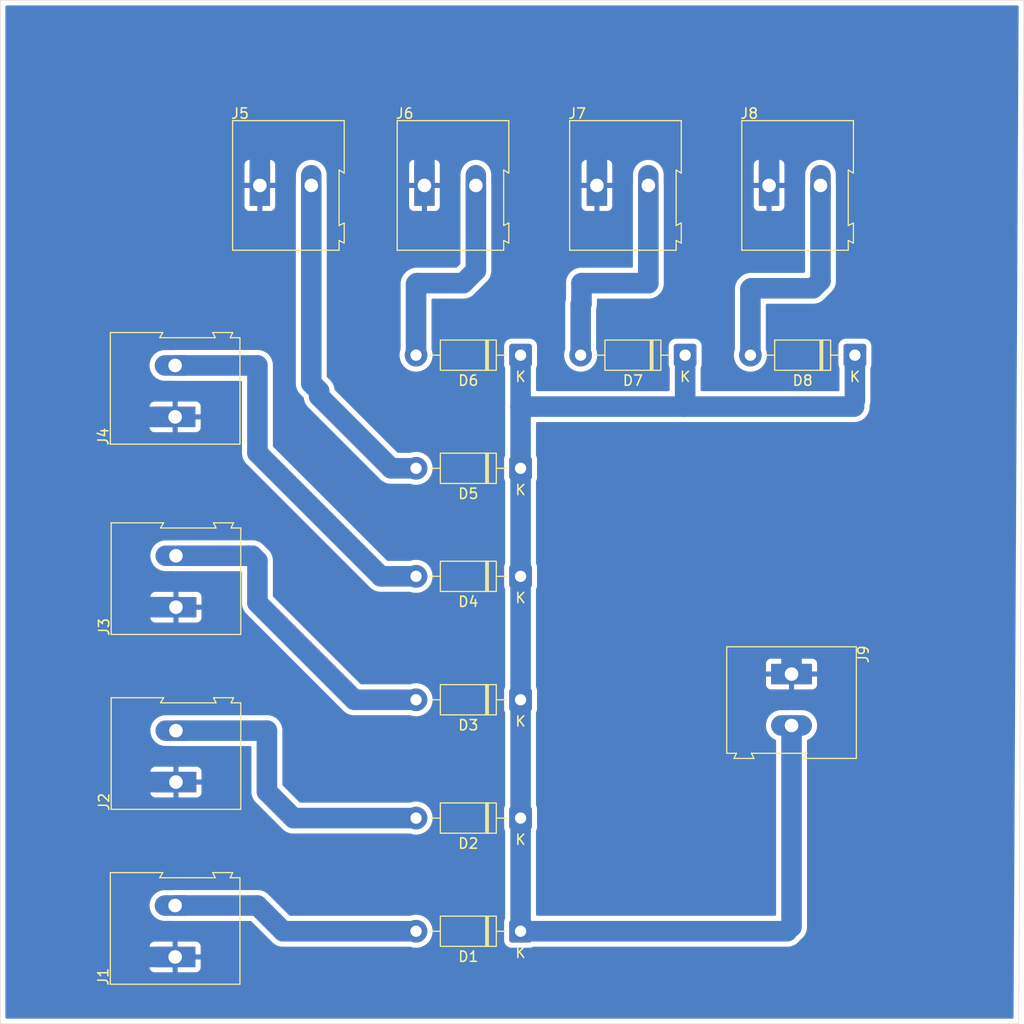
<source format=kicad_pcb>
(kicad_pcb (version 20241229) (generator "pcbnew") (generator_version "9.0")
  (layers (0 "F.Cu" signal) (2 "B.Cu" signal) (13 "F.Paste" user) (15 "B.Paste" user) (5 "F.SilkS" user "F.Silkscreen") (7 "B.SilkS" user "B.Silkscreen") (1 "F.Mask" user) (3 "B.Mask" user) (25 "Edge.Cuts" user))
  (net 0 "")
  (net 1 "Net-(D1-K)")
  (net 2 "Net-(D1-A)")
  (net 3 "Net-(D2-A)")
  (net 4 "Net-(D3-A)")
  (net 5 "Net-(D4-A)")
  (net 6 "Net-(D5-A)")
  (net 7 "Net-(D6-A)")
  (net 8 "Net-(D7-A)")
  (net 9 "Net-(D8-A)")
  (net 10 "Earth")
  (footprint "Diode_THT:D_DO-41_SOD81_P10.16mm_Horizontal" (layer "F.Cu") (at 165.08 114.5 180)
    (property "Reference" "D2" (at 5.08 -2.47 0) (layer "F.SilkS"))
    (property "Value" "1N5819WS")
    (fp_line (start 8.82 0) (end 7.8 0) (stroke (width 0.12)) (layer "F.SilkS"))
    (fp_line (start 3.38 -1.47) (end 3.38 1.47) (stroke (width 0.12)) (layer "F.SilkS"))
    (fp_line (start 3.26 -1.47) (end 3.26 1.47) (stroke (width 0.12)) (layer "F.SilkS"))
    (fp_line (start 3.14 -1.47) (end 3.14 1.47) (stroke (width 0.12)) (layer "F.SilkS"))
    (fp_line (start 1.34 0) (end 2.36 0) (stroke (width 0.12)) (layer "F.SilkS"))
    (fp_rect (start 2.36 -1.47) (end 7.8 1.47) (stroke (width 0.12)) (fill no) (layer "F.SilkS"))
    (fp_text user "K" (at 0 -2.1 0) (layer "F.SilkS"))
    (pad "1" thru_hole roundrect (at 0 0 180) (size 2.2 2.2) (drill 1.1) (layers "*.Cu" "*.Mask") (roundrect_rratio 0.113636) (net 1 "Net-(D1-K)"))
    (pad "2" thru_hole circle (at 10.16 0 180) (size 2.2 2.2) (drill 1.1) (layers "*.Cu" "*.Mask") (net 3 "Net-(D2-A)"))
  )
  (footprint "TerminalBlock:TerminalBlock_Altech_AK300-2_P5.00mm" (layer "F.Cu") (at 131.5 128 90)
    (property "Reference" "J1" (at -1.92 -6.99 90) (layer "F.SilkS"))
    (property "Value" "Screw_Terminal_01x02" (hide yes))
    (fp_line (start 8.2 -6.3) (end -2.65 -6.3) (stroke (width 0.12)) (layer "F.SilkS"))
    (fp_line (start -2.65 -6.3) (end -2.65 6.3) (stroke (width 0.12)) (layer "F.SilkS"))
    (fp_line (start 7.7 -1.5) (end 8.2 -1.2) (stroke (width 0.12)) (layer "F.SilkS"))
    (fp_line (start 8.2 -1.2) (end 8.2 -6.3) (stroke (width 0.12)) (layer "F.SilkS"))
    (fp_line (start 8.2 3.65) (end 7.7 3.9) (stroke (width 0.12)) (layer "F.SilkS"))
    (fp_line (start 8.2 3.7) (end 8.2 3.65) (stroke (width 0.12)) (layer "F.SilkS"))
    (fp_line (start 7.7 3.9) (end 7.7 -1.5) (stroke (width 0.12)) (layer "F.SilkS"))
    (fp_line (start 7.7 5.35) (end 8.2 5.6) (stroke (width 0.12)) (layer "F.SilkS"))
    (fp_line (start 8.2 5.6) (end 8.2 3.7) (stroke (width 0.12)) (layer "F.SilkS"))
    (fp_line (start 7.7 6.3) (end 7.7 5.35) (stroke (width 0.12)) (layer "F.SilkS"))
    (fp_line (start -2.65 6.3) (end 7.7 6.3) (stroke (width 0.12)) (layer "F.SilkS"))
    (pad "1" thru_hole rect (at 0 0 90) (size 1.98 3.96) (drill 1.32) (layers "*.Cu" "*.Mask") (net 10 "Earth"))
    (pad "2" thru_hole oval (at 5 0 90) (size 1.98 3.96) (drill 1.32) (layers "*.Cu" "*.Mask") (net 2 "Net-(D1-A)"))
  )
  (footprint "Diode_THT:D_DO-41_SOD81_P10.16mm_Horizontal" (layer "F.Cu") (at 165.08 103 180)
    (property "Reference" "D3" (at 5.08 -2.47 0) (layer "F.SilkS"))
    (property "Value" "1N5819WS")
    (fp_line (start 8.82 0) (end 7.8 0) (stroke (width 0.12)) (layer "F.SilkS"))
    (fp_line (start 3.38 -1.47) (end 3.38 1.47) (stroke (width 0.12)) (layer "F.SilkS"))
    (fp_line (start 3.26 -1.47) (end 3.26 1.47) (stroke (width 0.12)) (layer "F.SilkS"))
    (fp_line (start 3.14 -1.47) (end 3.14 1.47) (stroke (width 0.12)) (layer "F.SilkS"))
    (fp_line (start 1.34 0) (end 2.36 0) (stroke (width 0.12)) (layer "F.SilkS"))
    (fp_rect (start 2.36 -1.47) (end 7.8 1.47) (stroke (width 0.12)) (fill no) (layer "F.SilkS"))
    (fp_text user "K" (at 0 -2.1 0) (layer "F.SilkS"))
    (pad "1" thru_hole roundrect (at 0 0 180) (size 2.2 2.2) (drill 1.1) (layers "*.Cu" "*.Mask") (roundrect_rratio 0.113636) (net 1 "Net-(D1-K)"))
    (pad "2" thru_hole circle (at 10.16 0 180) (size 2.2 2.2) (drill 1.1) (layers "*.Cu" "*.Mask") (net 4 "Net-(D3-A)"))
  )
  (footprint "Diode_THT:D_DO-41_SOD81_P10.16mm_Horizontal" (layer "F.Cu") (at 181.08 69.5 180)
    (property "Reference" "D7" (at 5.08 -2.47 0) (layer "F.SilkS"))
    (property "Value" "1N5819WS")
    (fp_line (start 8.82 0) (end 7.8 0) (stroke (width 0.12)) (layer "F.SilkS"))
    (fp_line (start 3.38 -1.47) (end 3.38 1.47) (stroke (width 0.12)) (layer "F.SilkS"))
    (fp_line (start 3.26 -1.47) (end 3.26 1.47) (stroke (width 0.12)) (layer "F.SilkS"))
    (fp_line (start 3.14 -1.47) (end 3.14 1.47) (stroke (width 0.12)) (layer "F.SilkS"))
    (fp_line (start 1.34 0) (end 2.36 0) (stroke (width 0.12)) (layer "F.SilkS"))
    (fp_rect (start 2.36 -1.47) (end 7.8 1.47) (stroke (width 0.12)) (fill no) (layer "F.SilkS"))
    (fp_text user "K" (at 0 -2.1 0) (layer "F.SilkS"))
    (pad "1" thru_hole roundrect (at 0 0 180) (size 2.2 2.2) (drill 1.1) (layers "*.Cu" "*.Mask") (roundrect_rratio 0.113636) (net 1 "Net-(D1-K)"))
    (pad "2" thru_hole circle (at 10.16 0 180) (size 2.2 2.2) (drill 1.1) (layers "*.Cu" "*.Mask") (net 8 "Net-(D7-A)"))
  )
  (footprint "Diode_THT:D_DO-41_SOD81_P10.16mm_Horizontal" (layer "F.Cu") (at 165.08 91 180)
    (property "Reference" "D4" (at 5.08 -2.47 0) (layer "F.SilkS"))
    (property "Value" "1N5819WS")
    (fp_line (start 8.82 0) (end 7.8 0) (stroke (width 0.12)) (layer "F.SilkS"))
    (fp_line (start 3.38 -1.47) (end 3.38 1.47) (stroke (width 0.12)) (layer "F.SilkS"))
    (fp_line (start 3.26 -1.47) (end 3.26 1.47) (stroke (width 0.12)) (layer "F.SilkS"))
    (fp_line (start 3.14 -1.47) (end 3.14 1.47) (stroke (width 0.12)) (layer "F.SilkS"))
    (fp_line (start 1.34 0) (end 2.36 0) (stroke (width 0.12)) (layer "F.SilkS"))
    (fp_rect (start 2.36 -1.47) (end 7.8 1.47) (stroke (width 0.12)) (fill no) (layer "F.SilkS"))
    (fp_text user "K" (at 0 -2.1 0) (layer "F.SilkS"))
    (pad "1" thru_hole roundrect (at 0 0 180) (size 2.2 2.2) (drill 1.1) (layers "*.Cu" "*.Mask") (roundrect_rratio 0.113636) (net 1 "Net-(D1-K)"))
    (pad "2" thru_hole circle (at 10.16 0 180) (size 2.2 2.2) (drill 1.1) (layers "*.Cu" "*.Mask") (net 5 "Net-(D4-A)"))
  )
  (footprint "TerminalBlock:TerminalBlock_Altech_AK300-2_P5.00mm" (layer "F.Cu") (at 191.42 100.5 -90)
    (property "Reference" "J9" (at -1.92 -6.99 90) (layer "F.SilkS"))
    (property "Value" "Screw_Terminal_01x02")
    (fp_line (start -2.65 6.3) (end 7.7 6.3) (stroke (width 0.12)) (layer "F.SilkS"))
    (fp_line (start 7.7 6.3) (end 7.7 5.35) (stroke (width 0.12)) (layer "F.SilkS"))
    (fp_line (start 8.2 5.6) (end 8.2 3.7) (stroke (width 0.12)) (layer "F.SilkS"))
    (fp_line (start 7.7 5.35) (end 8.2 5.6) (stroke (width 0.12)) (layer "F.SilkS"))
    (fp_line (start 7.7 3.9) (end 7.7 -1.5) (stroke (width 0.12)) (layer "F.SilkS"))
    (fp_line (start 8.2 3.7) (end 8.2 3.65) (stroke (width 0.12)) (layer "F.SilkS"))
    (fp_line (start 8.2 3.65) (end 7.7 3.9) (stroke (width 0.12)) (layer "F.SilkS"))
    (fp_line (start 8.2 -1.2) (end 8.2 -6.3) (stroke (width 0.12)) (layer "F.SilkS"))
    (fp_line (start 7.7 -1.5) (end 8.2 -1.2) (stroke (width 0.12)) (layer "F.SilkS"))
    (fp_line (start -2.65 -6.3) (end -2.65 6.3) (stroke (width 0.12)) (layer "F.SilkS"))
    (fp_line (start 8.2 -6.3) (end -2.65 -6.3) (stroke (width 0.12)) (layer "F.SilkS"))
    (pad "1" thru_hole rect (at 0 0 270) (size 1.98 3.96) (drill 1.32) (layers "*.Cu" "*.Mask") (net 10 "Earth"))
    (pad "2" thru_hole oval (at 5 0 270) (size 1.98 3.96) (drill 1.32) (layers "*.Cu" "*.Mask") (net 1 "Net-(D1-K)"))
  )
  (footprint "TerminalBlock:TerminalBlock_Altech_AK300-2_P5.00mm" (layer "F.Cu") (at 131.58 111 90)
    (property "Reference" "J2" (at -1.92 -6.99 90) (layer "F.SilkS"))
    (property "Value" "Screw_Terminal_01x02" (hide yes))
    (fp_line (start 8.2 -6.3) (end -2.65 -6.3) (stroke (width 0.12)) (layer "F.SilkS"))
    (fp_line (start -2.65 -6.3) (end -2.65 6.3) (stroke (width 0.12)) (layer "F.SilkS"))
    (fp_line (start 7.7 -1.5) (end 8.2 -1.2) (stroke (width 0.12)) (layer "F.SilkS"))
    (fp_line (start 8.2 -1.2) (end 8.2 -6.3) (stroke (width 0.12)) (layer "F.SilkS"))
    (fp_line (start 8.2 3.65) (end 7.7 3.9) (stroke (width 0.12)) (layer "F.SilkS"))
    (fp_line (start 8.2 3.7) (end 8.2 3.65) (stroke (width 0.12)) (layer "F.SilkS"))
    (fp_line (start 7.7 3.9) (end 7.7 -1.5) (stroke (width 0.12)) (layer "F.SilkS"))
    (fp_line (start 7.7 5.35) (end 8.2 5.6) (stroke (width 0.12)) (layer "F.SilkS"))
    (fp_line (start 8.2 5.6) (end 8.2 3.7) (stroke (width 0.12)) (layer "F.SilkS"))
    (fp_line (start 7.7 6.3) (end 7.7 5.35) (stroke (width 0.12)) (layer "F.SilkS"))
    (fp_line (start -2.65 6.3) (end 7.7 6.3) (stroke (width 0.12)) (layer "F.SilkS"))
    (pad "1" thru_hole rect (at 0 0 90) (size 1.98 3.96) (drill 1.32) (layers "*.Cu" "*.Mask") (net 10 "Earth"))
    (pad "2" thru_hole oval (at 5 0 90) (size 1.98 3.96) (drill 1.32) (layers "*.Cu" "*.Mask") (net 3 "Net-(D2-A)"))
  )
  (footprint "TerminalBlock:TerminalBlock_Altech_AK300-2_P5.00mm" (layer "F.Cu") (at 172.5 53)
    (property "Reference" "J7" (at -1.92 -6.99 0) (layer "F.SilkS"))
    (property "Value" "Screw_Terminal_01x02")
    (fp_line (start -2.65 -6.3) (end -2.65 6.3) (stroke (width 0.12)) (layer "F.SilkS"))
    (fp_line (start -2.65 6.3) (end 7.7 6.3) (stroke (width 0.12)) (layer "F.SilkS"))
    (fp_line (start 7.7 -1.5) (end 8.2 -1.2) (stroke (width 0.12)) (layer "F.SilkS"))
    (fp_line (start 7.7 3.9) (end 7.7 -1.5) (stroke (width 0.12)) (layer "F.SilkS"))
    (fp_line (start 7.7 5.35) (end 8.2 5.6) (stroke (width 0.12)) (layer "F.SilkS"))
    (fp_line (start 7.7 6.3) (end 7.7 5.35) (stroke (width 0.12)) (layer "F.SilkS"))
    (fp_line (start 8.2 -6.3) (end -2.65 -6.3) (stroke (width 0.12)) (layer "F.SilkS"))
    (fp_line (start 8.2 -1.2) (end 8.2 -6.3) (stroke (width 0.12)) (layer "F.SilkS"))
    (fp_line (start 8.2 3.65) (end 7.7 3.9) (stroke (width 0.12)) (layer "F.SilkS"))
    (fp_line (start 8.2 3.7) (end 8.2 3.65) (stroke (width 0.12)) (layer "F.SilkS"))
    (fp_line (start 8.2 5.6) (end 8.2 3.7) (stroke (width 0.12)) (layer "F.SilkS"))
    (pad "1" thru_hole rect (at 0 0) (size 1.98 3.96) (drill 1.32) (layers "*.Cu" "*.Mask") (net 10 "Earth"))
    (pad "2" thru_hole oval (at 5 0) (size 1.98 3.96) (drill 1.32) (layers "*.Cu" "*.Mask") (net 8 "Net-(D7-A)"))
  )
  (footprint "TerminalBlock:TerminalBlock_Altech_AK300-2_P5.00mm" (layer "F.Cu") (at 139.735 53)
    (property "Reference" "J5" (at -1.92 -6.99 0) (layer "F.SilkS"))
    (property "Value" "Screw_Terminal_01x02")
    (fp_line (start -2.65 -6.3) (end -2.65 6.3) (stroke (width 0.12)) (layer "F.SilkS"))
    (fp_line (start -2.65 6.3) (end 7.7 6.3) (stroke (width 0.12)) (layer "F.SilkS"))
    (fp_line (start 7.7 -1.5) (end 8.2 -1.2) (stroke (width 0.12)) (layer "F.SilkS"))
    (fp_line (start 7.7 3.9) (end 7.7 -1.5) (stroke (width 0.12)) (layer "F.SilkS"))
    (fp_line (start 7.7 5.35) (end 8.2 5.6) (stroke (width 0.12)) (layer "F.SilkS"))
    (fp_line (start 7.7 6.3) (end 7.7 5.35) (stroke (width 0.12)) (layer "F.SilkS"))
    (fp_line (start 8.2 -6.3) (end -2.65 -6.3) (stroke (width 0.12)) (layer "F.SilkS"))
    (fp_line (start 8.2 -1.2) (end 8.2 -6.3) (stroke (width 0.12)) (layer "F.SilkS"))
    (fp_line (start 8.2 3.65) (end 7.7 3.9) (stroke (width 0.12)) (layer "F.SilkS"))
    (fp_line (start 8.2 3.7) (end 8.2 3.65) (stroke (width 0.12)) (layer "F.SilkS"))
    (fp_line (start 8.2 5.6) (end 8.2 3.7) (stroke (width 0.12)) (layer "F.SilkS"))
    (pad "1" thru_hole rect (at 0 0) (size 1.98 3.96) (drill 1.32) (layers "*.Cu" "*.Mask") (net 10 "Earth"))
    (pad "2" thru_hole oval (at 5 0) (size 1.98 3.96) (drill 1.32) (layers "*.Cu" "*.Mask") (net 6 "Net-(D5-A)"))
  )
  (footprint "TerminalBlock:TerminalBlock_Altech_AK300-2_P5.00mm" (layer "F.Cu") (at 189.235 53)
    (property "Reference" "J8" (at -1.92 -6.99 0) (layer "F.SilkS"))
    (property "Value" "Screw_Terminal_01x02")
    (fp_line (start -2.65 -6.3) (end -2.65 6.3) (stroke (width 0.12)) (layer "F.SilkS"))
    (fp_line (start -2.65 6.3) (end 7.7 6.3) (stroke (width 0.12)) (layer "F.SilkS"))
    (fp_line (start 7.7 -1.5) (end 8.2 -1.2) (stroke (width 0.12)) (layer "F.SilkS"))
    (fp_line (start 7.7 3.9) (end 7.7 -1.5) (stroke (width 0.12)) (layer "F.SilkS"))
    (fp_line (start 7.7 5.35) (end 8.2 5.6) (stroke (width 0.12)) (layer "F.SilkS"))
    (fp_line (start 7.7 6.3) (end 7.7 5.35) (stroke (width 0.12)) (layer "F.SilkS"))
    (fp_line (start 8.2 -6.3) (end -2.65 -6.3) (stroke (width 0.12)) (layer "F.SilkS"))
    (fp_line (start 8.2 -1.2) (end 8.2 -6.3) (stroke (width 0.12)) (layer "F.SilkS"))
    (fp_line (start 8.2 3.65) (end 7.7 3.9) (stroke (width 0.12)) (layer "F.SilkS"))
    (fp_line (start 8.2 3.7) (end 8.2 3.65) (stroke (width 0.12)) (layer "F.SilkS"))
    (fp_line (start 8.2 5.6) (end 8.2 3.7) (stroke (width 0.12)) (layer "F.SilkS"))
    (pad "1" thru_hole rect (at 0 0) (size 1.98 3.96) (drill 1.32) (layers "*.Cu" "*.Mask") (net 10 "Earth"))
    (pad "2" thru_hole oval (at 5 0) (size 1.98 3.96) (drill 1.32) (layers "*.Cu" "*.Mask") (net 9 "Net-(D8-A)"))
  )
  (footprint "TerminalBlock:TerminalBlock_Altech_AK300-2_P5.00mm" (layer "F.Cu") (at 131.58 94 90)
    (property "Reference" "J3" (at -1.92 -6.99 90) (layer "F.SilkS"))
    (property "Value" "Screw_Terminal_01x02")
    (fp_line (start 8.2 -6.3) (end -2.65 -6.3) (stroke (width 0.12)) (layer "F.SilkS"))
    (fp_line (start -2.65 -6.3) (end -2.65 6.3) (stroke (width 0.12)) (layer "F.SilkS"))
    (fp_line (start 7.7 -1.5) (end 8.2 -1.2) (stroke (width 0.12)) (layer "F.SilkS"))
    (fp_line (start 8.2 -1.2) (end 8.2 -6.3) (stroke (width 0.12)) (layer "F.SilkS"))
    (fp_line (start 8.2 3.65) (end 7.7 3.9) (stroke (width 0.12)) (layer "F.SilkS"))
    (fp_line (start 8.2 3.7) (end 8.2 3.65) (stroke (width 0.12)) (layer "F.SilkS"))
    (fp_line (start 7.7 3.9) (end 7.7 -1.5) (stroke (width 0.12)) (layer "F.SilkS"))
    (fp_line (start 7.7 5.35) (end 8.2 5.6) (stroke (width 0.12)) (layer "F.SilkS"))
    (fp_line (start 8.2 5.6) (end 8.2 3.7) (stroke (width 0.12)) (layer "F.SilkS"))
    (fp_line (start 7.7 6.3) (end 7.7 5.35) (stroke (width 0.12)) (layer "F.SilkS"))
    (fp_line (start -2.65 6.3) (end 7.7 6.3) (stroke (width 0.12)) (layer "F.SilkS"))
    (pad "1" thru_hole rect (at 0 0 90) (size 1.98 3.96) (drill 1.32) (layers "*.Cu" "*.Mask") (net 10 "Earth"))
    (pad "2" thru_hole oval (at 5 0 90) (size 1.98 3.96) (drill 1.32) (layers "*.Cu" "*.Mask") (net 4 "Net-(D3-A)"))
  )
  (footprint "Diode_THT:D_DO-41_SOD81_P10.16mm_Horizontal" (layer "F.Cu") (at 165.08 80.5 180)
    (property "Reference" "D5" (at 5.08 -2.47 0) (layer "F.SilkS"))
    (property "Value" "1N5819WS")
    (fp_line (start 8.82 0) (end 7.8 0) (stroke (width 0.12)) (layer "F.SilkS"))
    (fp_line (start 3.38 -1.47) (end 3.38 1.47) (stroke (width 0.12)) (layer "F.SilkS"))
    (fp_line (start 3.26 -1.47) (end 3.26 1.47) (stroke (width 0.12)) (layer "F.SilkS"))
    (fp_line (start 3.14 -1.47) (end 3.14 1.47) (stroke (width 0.12)) (layer "F.SilkS"))
    (fp_line (start 1.34 0) (end 2.36 0) (stroke (width 0.12)) (layer "F.SilkS"))
    (fp_rect (start 2.36 -1.47) (end 7.8 1.47) (stroke (width 0.12)) (fill no) (layer "F.SilkS"))
    (fp_text user "K" (at 0 -2.1 0) (layer "F.SilkS"))
    (pad "1" thru_hole roundrect (at 0 0 180) (size 2.2 2.2) (drill 1.1) (layers "*.Cu" "*.Mask") (roundrect_rratio 0.113636) (net 1 "Net-(D1-K)"))
    (pad "2" thru_hole circle (at 10.16 0 180) (size 2.2 2.2) (drill 1.1) (layers "*.Cu" "*.Mask") (net 6 "Net-(D5-A)"))
  )
  (footprint "Diode_THT:D_DO-41_SOD81_P10.16mm_Horizontal" (layer "F.Cu") (at 165.08 69.5 180)
    (property "Reference" "D6" (at 5.08 -2.47 0) (layer "F.SilkS"))
    (property "Value" "1N5819WS")
    (fp_line (start 8.82 0) (end 7.8 0) (stroke (width 0.12)) (layer "F.SilkS"))
    (fp_line (start 3.38 -1.47) (end 3.38 1.47) (stroke (width 0.12)) (layer "F.SilkS"))
    (fp_line (start 3.26 -1.47) (end 3.26 1.47) (stroke (width 0.12)) (layer "F.SilkS"))
    (fp_line (start 3.14 -1.47) (end 3.14 1.47) (stroke (width 0.12)) (layer "F.SilkS"))
    (fp_line (start 1.34 0) (end 2.36 0) (stroke (width 0.12)) (layer "F.SilkS"))
    (fp_rect (start 2.36 -1.47) (end 7.8 1.47) (stroke (width 0.12)) (fill no) (layer "F.SilkS"))
    (fp_text user "K" (at 0 -2.1 0) (layer "F.SilkS"))
    (pad "1" thru_hole roundrect (at 0 0 180) (size 2.2 2.2) (drill 1.1) (layers "*.Cu" "*.Mask") (roundrect_rratio 0.113636) (net 1 "Net-(D1-K)"))
    (pad "2" thru_hole circle (at 10.16 0 180) (size 2.2 2.2) (drill 1.1) (layers "*.Cu" "*.Mask") (net 7 "Net-(D6-A)"))
  )
  (footprint "Diode_THT:D_DO-41_SOD81_P10.16mm_Horizontal" (layer "F.Cu") (at 165.08 125.5 180)
    (property "Reference" "D1" (at 5.08 -2.47 0) (layer "F.SilkS"))
    (property "Value" "1N5819WS")
    (fp_line (start 8.82 0) (end 7.8 0) (stroke (width 0.12)) (layer "F.SilkS"))
    (fp_line (start 3.38 -1.47) (end 3.38 1.47) (stroke (width 0.12)) (layer "F.SilkS"))
    (fp_line (start 3.26 -1.47) (end 3.26 1.47) (stroke (width 0.12)) (layer "F.SilkS"))
    (fp_line (start 3.14 -1.47) (end 3.14 1.47) (stroke (width 0.12)) (layer "F.SilkS"))
    (fp_line (start 1.34 0) (end 2.36 0) (stroke (width 0.12)) (layer "F.SilkS"))
    (fp_rect (start 2.36 -1.47) (end 7.8 1.47) (stroke (width 0.12)) (fill no) (layer "F.SilkS"))
    (fp_text user "K" (at 0 -2.1 0) (layer "F.SilkS"))
    (pad "1" thru_hole roundrect (at 0 0 180) (size 2.2 2.2) (drill 1.1) (layers "*.Cu" "*.Mask") (roundrect_rratio 0.113636) (net 1 "Net-(D1-K)"))
    (pad "2" thru_hole circle (at 10.16 0 180) (size 2.2 2.2) (drill 1.1) (layers "*.Cu" "*.Mask") (net 2 "Net-(D1-A)"))
  )
  (footprint "Diode_THT:D_DO-41_SOD81_P10.16mm_Horizontal" (layer "F.Cu") (at 197.58 69.5 180)
    (property "Reference" "D8" (at 5.08 -2.47 0) (layer "F.SilkS"))
    (property "Value" "1N5819WS")
    (fp_line (start 8.82 0) (end 7.8 0) (stroke (width 0.12)) (layer "F.SilkS"))
    (fp_line (start 3.38 -1.47) (end 3.38 1.47) (stroke (width 0.12)) (layer "F.SilkS"))
    (fp_line (start 3.26 -1.47) (end 3.26 1.47) (stroke (width 0.12)) (layer "F.SilkS"))
    (fp_line (start 3.14 -1.47) (end 3.14 1.47) (stroke (width 0.12)) (layer "F.SilkS"))
    (fp_line (start 1.34 0) (end 2.36 0) (stroke (width 0.12)) (layer "F.SilkS"))
    (fp_rect (start 2.36 -1.47) (end 7.8 1.47) (stroke (width 0.12)) (fill no) (layer "F.SilkS"))
    (fp_text user "K" (at 0 -2.1 0) (layer "F.SilkS"))
    (pad "1" thru_hole roundrect (at 0 0 180) (size 2.2 2.2) (drill 1.1) (layers "*.Cu" "*.Mask") (roundrect_rratio 0.113636) (net 1 "Net-(D1-K)"))
    (pad "2" thru_hole circle (at 10.16 0 180) (size 2.2 2.2) (drill 1.1) (layers "*.Cu" "*.Mask") (net 9 "Net-(D8-A)"))
  )
  (footprint "TerminalBlock:TerminalBlock_Altech_AK300-2_P5.00mm" (layer "F.Cu") (at 155.735 53)
    (property "Reference" "J6" (at -1.92 -6.99 0) (layer "F.SilkS"))
    (property "Value" "Screw_Terminal_01x02")
    (fp_line (start -2.65 -6.3) (end -2.65 6.3) (stroke (width 0.12)) (layer "F.SilkS"))
    (fp_line (start -2.65 6.3) (end 7.7 6.3) (stroke (width 0.12)) (layer "F.SilkS"))
    (fp_line (start 7.7 -1.5) (end 8.2 -1.2) (stroke (width 0.12)) (layer "F.SilkS"))
    (fp_line (start 7.7 3.9) (end 7.7 -1.5) (stroke (width 0.12)) (layer "F.SilkS"))
    (fp_line (start 7.7 5.35) (end 8.2 5.6) (stroke (width 0.12)) (layer "F.SilkS"))
    (fp_line (start 7.7 6.3) (end 7.7 5.35) (stroke (width 0.12)) (layer "F.SilkS"))
    (fp_line (start 8.2 -6.3) (end -2.65 -6.3) (stroke (width 0.12)) (layer "F.SilkS"))
    (fp_line (start 8.2 -1.2) (end 8.2 -6.3) (stroke (width 0.12)) (layer "F.SilkS"))
    (fp_line (start 8.2 3.65) (end 7.7 3.9) (stroke (width 0.12)) (layer "F.SilkS"))
    (fp_line (start 8.2 3.7) (end 8.2 3.65) (stroke (width 0.12)) (layer "F.SilkS"))
    (fp_line (start 8.2 5.6) (end 8.2 3.7) (stroke (width 0.12)) (layer "F.SilkS"))
    (pad "1" thru_hole rect (at 0 0) (size 1.98 3.96) (drill 1.32) (layers "*.Cu" "*.Mask") (net 10 "Earth"))
    (pad "2" thru_hole oval (at 5 0) (size 1.98 3.96) (drill 1.32) (layers "*.Cu" "*.Mask") (net 7 "Net-(D6-A)"))
  )
  (footprint "TerminalBlock:TerminalBlock_Altech_AK300-2_P5.00mm" (layer "F.Cu") (at 131.5 75.5 90)
    (property "Reference" "J4" (at -1.92 -6.99 90) (layer "F.SilkS"))
    (property "Value" "Screw_Terminal_01x02" (hide yes))
    (fp_line (start 8.2 -6.3) (end -2.65 -6.3) (stroke (width 0.12)) (layer "F.SilkS"))
    (fp_line (start -2.65 -6.3) (end -2.65 6.3) (stroke (width 0.12)) (layer "F.SilkS"))
    (fp_line (start 7.7 -1.5) (end 8.2 -1.2) (stroke (width 0.12)) (layer "F.SilkS"))
    (fp_line (start 8.2 -1.2) (end 8.2 -6.3) (stroke (width 0.12)) (layer "F.SilkS"))
    (fp_line (start 8.2 3.65) (end 7.7 3.9) (stroke (width 0.12)) (layer "F.SilkS"))
    (fp_line (start 8.2 3.7) (end 8.2 3.65) (stroke (width 0.12)) (layer "F.SilkS"))
    (fp_line (start 7.7 3.9) (end 7.7 -1.5) (stroke (width 0.12)) (layer "F.SilkS"))
    (fp_line (start 7.7 5.35) (end 8.2 5.6) (stroke (width 0.12)) (layer "F.SilkS"))
    (fp_line (start 8.2 5.6) (end 8.2 3.7) (stroke (width 0.12)) (layer "F.SilkS"))
    (fp_line (start 7.7 6.3) (end 7.7 5.35) (stroke (width 0.12)) (layer "F.SilkS"))
    (fp_line (start -2.65 6.3) (end 7.7 6.3) (stroke (width 0.12)) (layer "F.SilkS"))
    (pad "1" thru_hole rect (at 0 0 90) (size 1.98 3.96) (drill 1.32) (layers "*.Cu" "*.Mask") (net 10 "Earth"))
    (pad "2" thru_hole oval (at 5 0 90) (size 1.98 3.96) (drill 1.32) (layers "*.Cu" "*.Mask") (net 5 "Net-(D4-A)"))
  )
  (gr_line (start 214 35) (end 114.5 35) (stroke (width 0.05)) (layer "Edge.Cuts"))
  (gr_line (start 114.5 35) (end 114.5 134.5) (stroke (width 0.05)) (layer "Edge.Cuts"))
  (gr_line (start 213.5 134.5) (end 214 35) (stroke (width 0.05)) (layer "Edge.Cuts"))
  (gr_line (start 114.5 134.5) (end 213.5 134.5) (stroke (width 0.05)) (layer "Edge.Cuts"))
  (segment (start 197.5 74) (end 197.58 73.92) (width 0.2) (layer "B.Cu") (net 1))
  (segment (start 165.08 74.5) (end 165.08 69.5) (width 2) (layer "B.Cu") (net 1))
  (segment (start 181.08 69.5) (end 181.08 74.42) (width 2) (layer "B.Cu") (net 1))
  (segment (start 181.08 74.42) (end 181 74.5) (width 0.2) (layer "B.Cu") (net 1))
  (segment (start 197.5 74.5) (end 197.5 74) (width 0.2) (layer "B.Cu") (net 1))
  (segment (start 165.08 125.5) (end 165.08 74.5) (width 2) (layer "B.Cu") (net 1))
  (segment (start 191 125.5) (end 165.08 125.5) (width 2) (layer "B.Cu") (net 1))
  (segment (start 197.58 73.92) (end 197.58 69.5) (width 2) (layer "B.Cu") (net 1))
  (segment (start 181 74.5) (end 197.5 74.5) (width 2) (layer "B.Cu") (net 1))
  (segment (start 191.42 125.08) (end 191 125.5) (width 0.2) (layer "B.Cu") (net 1))
  (segment (start 165.08 74.5) (end 181 74.5) (width 2) (layer "B.Cu") (net 1))
  (segment (start 191.42 105.5) (end 191.42 125.08) (width 2) (layer "B.Cu") (net 1))
  (segment (start 154.92 125.5) (end 142 125.5) (width 2) (layer "B.Cu") (net 2))
  (segment (start 139.5 123) (end 131.5 123) (width 2) (layer "B.Cu") (net 2))
  (segment (start 142 125.5) (end 139.5 123) (width 2) (layer "B.Cu") (net 2))
  (segment (start 140.42 111.92) (end 140.42 106) (width 2) (layer "B.Cu") (net 3))
  (segment (start 140.42 106) (end 131.58 106) (width 2) (layer "B.Cu") (net 3))
  (segment (start 154.92 114.5) (end 143 114.5) (width 2) (layer "B.Cu") (net 3))
  (segment (start 143 114.5) (end 140.42 111.92) (width 2) (layer "B.Cu") (net 3))
  (segment (start 148.92 103) (end 139.5 93.58) (width 2) (layer "B.Cu") (net 4))
  (segment (start 139.5 89.5) (end 139 89) (width 2) (layer "B.Cu") (net 4))
  (segment (start 139 89) (end 131.58 89) (width 2) (layer "B.Cu") (net 4))
  (segment (start 139.5 93.58) (end 139.5 89.5) (width 2) (layer "B.Cu") (net 4))
  (segment (start 154.92 103) (end 148.92 103) (width 2) (layer "B.Cu") (net 4))
  (segment (start 154.92 91) (end 151.5 91) (width 2) (layer "B.Cu") (net 5))
  (segment (start 139.5 70.5) (end 131.5 70.5) (width 2) (layer "B.Cu") (net 5))
  (segment (start 139.5 79) (end 139.5 70.5) (width 2) (layer "B.Cu") (net 5))
  (segment (start 151.5 91) (end 139.5 79) (width 2) (layer "B.Cu") (net 5))
  (segment (start 152.5 80.5) (end 145.5 73.5) (width 2) (layer "B.Cu") (net 6))
  (segment (start 145.5 73.5) (end 145.5 73) (width 2) (layer "B.Cu") (net 6))
  (segment (start 144.735 72.235) (end 144.735 53) (width 2) (layer "B.Cu") (net 6))
  (segment (start 145.5 73) (end 144.735 72.235) (width 2) (layer "B.Cu") (net 6))
  (segment (start 154.92 80.5) (end 152.5 80.5) (width 2) (layer "B.Cu") (net 6))
  (segment (start 155 62.5) (end 159.5 62.5) (width 2) (layer "B.Cu") (net 7))
  (segment (start 154.92 62.58) (end 155 62.5) (width 2) (layer "B.Cu") (net 7))
  (segment (start 159.5 62.5) (end 160.735 61.265) (width 2) (layer "B.Cu") (net 7))
  (segment (start 154.92 69.5) (end 154.92 62.58) (width 2) (layer "B.Cu") (net 7))
  (segment (start 160.735 61.265) (end 160.735 53) (width 2) (layer "B.Cu") (net 7))
  (segment (start 171 64.5) (end 170.92 64.58) (width 2) (layer "B.Cu") (net 8))
  (segment (start 177.5 62.5) (end 171 62.5) (width 2) (layer "B.Cu") (net 8))
  (segment (start 170.92 64.58) (end 170.92 69.5) (width 2) (layer "B.Cu") (net 8))
  (segment (start 171 62.5) (end 171 64.5) (width 2) (layer "B.Cu") (net 8))
  (segment (start 177.5 53) (end 177.5 62.5) (width 2) (layer "B.Cu") (net 8))
  (segment (start 194.235 62.265) (end 194.235 53) (width 2) (layer "B.Cu") (net 9))
  (segment (start 187.5 63) (end 193.5 63) (width 2) (layer "B.Cu") (net 9))
  (segment (start 193.5 63) (end 194.235 62.265) (width 2) (layer "B.Cu") (net 9))
  (segment (start 187.42 63.08) (end 187.5 63) (width 2) (layer "B.Cu") (net 9))
  (segment (start 187.42 69.5) (end 187.42 63.08) (width 2) (layer "B.Cu") (net 9))
  (segment (start 206.5 40.5) (end 189.47 40.5) (width 2) (layer "B.Cu") (net 10))
  (segment (start 131.58 94) (end 120 94) (width 2) (layer "B.Cu") (net 10))
  (segment (start 188.5 40) (end 172.5 40) (width 2) (layer "B.Cu") (net 10))
  (segment (start 172.5 40) (end 156 40) (width 2) (layer "B.Cu") (net 10))
  (segment (start 189.235 53) (end 189.235 40.735) (width 2) (layer "B.Cu") (net 10))
  (segment (start 191.42 85.58) (end 193.5 83.5) (width 2) (layer "B.Cu") (net 10))
  (segment (start 123.5 40) (end 119.5 44) (width 2) (layer "B.Cu") (net 10))
  (segment (start 207.5 83.5) (end 207.5 41.5) (width 2) (layer "B.Cu") (net 10))
  (segment (start 131.5 75.5) (end 119.5 75.5) (width 2) (layer "B.Cu") (net 10))
  (segment (start 119.5 44) (end 119.5 75.5) (width 2) (layer "B.Cu") (net 10))
  (segment (start 155.735 40.265) (end 156 40) (width 2) (layer "B.Cu") (net 10))
  (segment (start 119.5 128) (end 131.5 128) (width 2) (layer "B.Cu") (net 10))
  (segment (start 207.5 41.5) (end 206.5 40.5) (width 2) (layer "B.Cu") (net 10))
  (segment (start 119.5 94.5) (end 119.5 111) (width 2) (layer "B.Cu") (net 10))
  (segment (start 139.735 53) (end 139.735 40.235) (width 2) (layer "B.Cu") (net 10))
  (segment (start 191.42 100.5) (end 191.42 85.58) (width 2) (layer "B.Cu") (net 10))
  (segment (start 156 40) (end 139.5 40) (width 2) (layer "B.Cu") (net 10))
  (segment (start 193.5 83.5) (end 207.5 83.5) (width 2) (layer "B.Cu") (net 10))
  (segment (start 131.58 111) (end 119.5 111) (width 2) (layer "B.Cu") (net 10))
  (segment (start 155.735 53) (end 155.735 40.265) (width 2) (layer "B.Cu") (net 10))
  (segment (start 189.235 40.735) (end 188.5 40) (width 2) (layer "B.Cu") (net 10))
  (segment (start 189.47 40.5) (end 189.235 40.735) (width 2) (layer "B.Cu") (net 10))
  (segment (start 120 94) (end 119.5 94.5) (width 2) (layer "B.Cu") (net 10))
  (segment (start 139.735 40.235) (end 139.5 40) (width 2) (layer "B.Cu") (net 10))
  (segment (start 172.5 53) (end 172.5 40) (width 2) (layer "B.Cu") (net 10))
  (segment (start 119.5 111) (end 119.5 128) (width 2) (layer "B.Cu") (net 10))
  (segment (start 139.5 40) (end 123.5 40) (width 2) (layer "B.Cu") (net 10))
  (segment (start 119.5 75.5) (end 119.5 94.5) (width 2) (layer "B.Cu") (net 10))
  (zone (net 10) (net_name "Earth") (layer "B.Cu") (connect_pads (clearance 0.5)) (min_thickness 0.25) (fill yes (thermal_gap 0.5) (thermal_bridge_width 0.5))
    (polygon (pts (xy 213.5 134.5) (xy 213.5 35) (xy 114.5 35) (xy 114.5 134.5)))
  )
)
</source>
